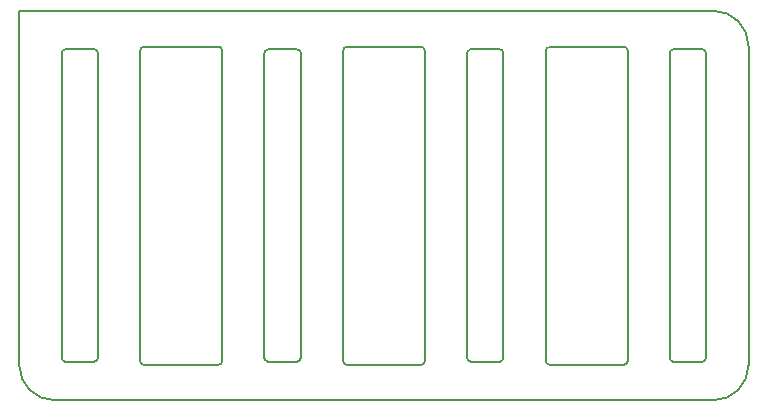
<source format=gm1>
G04 #@! TF.GenerationSoftware,KiCad,Pcbnew,7.0.6-0*
G04 #@! TF.CreationDate,2023-09-15T02:17:21-04:00*
G04 #@! TF.ProjectId,TMU Board,544d5520-426f-4617-9264-2e6b69636164,1*
G04 #@! TF.SameCoordinates,Original*
G04 #@! TF.FileFunction,Profile,NP*
%FSLAX46Y46*%
G04 Gerber Fmt 4.6, Leading zero omitted, Abs format (unit mm)*
G04 Created by KiCad (PCBNEW 7.0.6-0) date 2023-09-15 02:17:21*
%MOMM*%
%LPD*%
G01*
G04 APERTURE LIST*
G04 #@! TA.AperFunction,Profile*
%ADD10C,0.150000*%
G04 #@! TD*
G04 APERTURE END LIST*
D10*
X113300016Y-118690016D02*
X169059984Y-118690016D01*
X137730000Y-89060000D02*
X137730000Y-115360403D01*
X138049596Y-88740400D02*
G75*
G03*
X137730000Y-89060000I4J-319600D01*
G01*
X155209596Y-88740400D02*
G75*
G03*
X154890000Y-89060000I4J-319600D01*
G01*
X127480000Y-89060000D02*
X127480000Y-115370000D01*
X169059984Y-118690000D02*
G75*
G03*
X172060000Y-115690000I16J3000000D01*
G01*
X144320000Y-115680000D02*
X138049597Y-115680000D01*
X127160405Y-115689600D02*
G75*
G03*
X127480000Y-115370000I-5J319600D01*
G01*
X144320000Y-115679995D02*
G75*
G03*
X144639595Y-115360403I0J319595D01*
G01*
X120869596Y-88740402D02*
X127160403Y-88740403D01*
X110300000Y-89060000D02*
X110300000Y-85710000D01*
X138049596Y-88740399D02*
X144320403Y-88740403D01*
X120550003Y-115370000D02*
G75*
G03*
X120869597Y-115689597I319597J0D01*
G01*
X127160405Y-115689597D02*
X120869597Y-115689597D01*
X120869596Y-88740400D02*
G75*
G03*
X120550000Y-89060000I4J-319600D01*
G01*
X144639997Y-89060000D02*
G75*
G03*
X144320403Y-88740403I-319597J0D01*
G01*
X110300000Y-85710000D02*
X169060000Y-85710000D01*
X161490201Y-115679996D02*
G75*
G03*
X161809796Y-115360401I-1J319596D01*
G01*
X144639595Y-115360403D02*
X144639595Y-89060000D01*
X154890000Y-89060000D02*
X154890000Y-115360401D01*
X172060000Y-115690000D02*
X172060000Y-88710016D01*
X120550000Y-115370000D02*
X120550000Y-89060000D01*
X161809796Y-115360401D02*
X161809796Y-89060000D01*
X172060000Y-88710016D02*
G75*
G03*
X169060000Y-85710000I-3000000J16D01*
G01*
X154889802Y-115360401D02*
G75*
G03*
X155209393Y-115679998I319598J1D01*
G01*
X137729600Y-115360403D02*
G75*
G03*
X138049192Y-115680000I319600J3D01*
G01*
X161809997Y-89060000D02*
G75*
G03*
X161490403Y-88740403I-319597J0D01*
G01*
X127479997Y-89060000D02*
G75*
G03*
X127160403Y-88740403I-319597J0D01*
G01*
X110299984Y-115690000D02*
G75*
G03*
X113300016Y-118690016I3000016J0D01*
G01*
X155209596Y-88740402D02*
X161490403Y-88740403D01*
X161490201Y-115680000D02*
X155209798Y-115680000D01*
X110300000Y-115690000D02*
X110300000Y-89060000D01*
X165376983Y-89289588D02*
X165376983Y-115089588D01*
X165696902Y-115409507D02*
X168140385Y-115409507D01*
X168140385Y-88969669D02*
X165696902Y-88969669D01*
X168460304Y-115089588D02*
X168460304Y-89289588D01*
X165696902Y-88969669D02*
G75*
G03*
X165376983Y-89289588I-2J-319917D01*
G01*
X165376983Y-115089588D02*
G75*
G03*
X165696902Y-115409507I319927J8D01*
G01*
X168460331Y-89289588D02*
G75*
G03*
X168140385Y-88969669I-319931J-12D01*
G01*
X168140385Y-115409504D02*
G75*
G03*
X168460304Y-115089588I15J319904D01*
G01*
X148216983Y-89289588D02*
X148216983Y-115089588D01*
X148536902Y-115409507D02*
X150980385Y-115409507D01*
X150980385Y-88969669D02*
X148536902Y-88969669D01*
X151300304Y-115089588D02*
X151300304Y-89289588D01*
X148536902Y-88969669D02*
G75*
G03*
X148216983Y-89289588I-2J-319917D01*
G01*
X148216983Y-115089588D02*
G75*
G03*
X148536902Y-115409507I319927J8D01*
G01*
X151300331Y-89289588D02*
G75*
G03*
X150980385Y-88969669I-319931J-12D01*
G01*
X150980385Y-115409504D02*
G75*
G03*
X151300304Y-115089588I15J319904D01*
G01*
X113896983Y-89289588D02*
X113896983Y-115089588D01*
X114216902Y-115409507D02*
X116660385Y-115409507D01*
X116660385Y-88969669D02*
X114216902Y-88969669D01*
X116980304Y-115089588D02*
X116980304Y-89289588D01*
X114216902Y-88969669D02*
G75*
G03*
X113896983Y-89289588I-2J-319917D01*
G01*
X113896983Y-115089588D02*
G75*
G03*
X114216902Y-115409507I319927J8D01*
G01*
X116980331Y-89289588D02*
G75*
G03*
X116660385Y-88969669I-319931J-12D01*
G01*
X116660385Y-115409504D02*
G75*
G03*
X116980304Y-115089588I15J319904D01*
G01*
X131056983Y-89289588D02*
X131056983Y-115089588D01*
X131376902Y-115409507D02*
X133820385Y-115409507D01*
X133820385Y-88969669D02*
X131376902Y-88969669D01*
X134140304Y-115089588D02*
X134140304Y-89289588D01*
X131376902Y-88969669D02*
G75*
G03*
X131056983Y-89289588I-2J-319917D01*
G01*
X131056983Y-115089588D02*
G75*
G03*
X131376902Y-115409507I319927J8D01*
G01*
X134140331Y-89289588D02*
G75*
G03*
X133820385Y-88969669I-319931J-12D01*
G01*
X133820385Y-115409504D02*
G75*
G03*
X134140304Y-115089588I15J319904D01*
G01*
M02*

</source>
